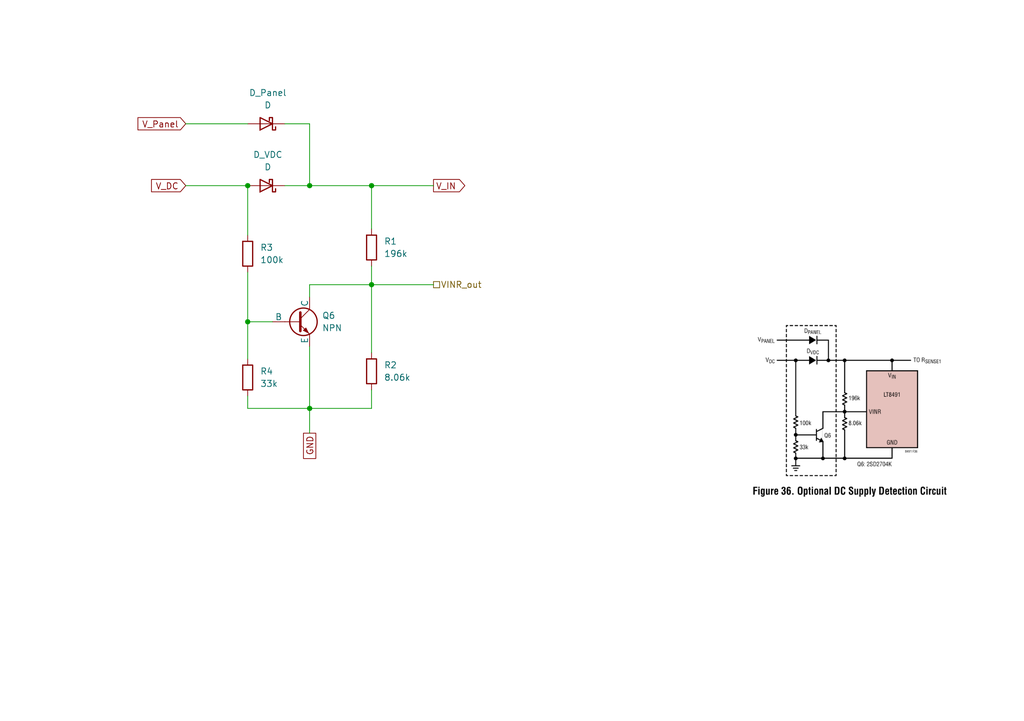
<source format=kicad_sch>
(kicad_sch (version 20230121) (generator eeschema)
  (paper "A5")
  (title_block (title "V_IN Creation, DC/Solar Detection, VINR Voltage Division") (date "DRAFT") (rev "DRAFT") (comment 1 "Q6 NPN must be able to pull VINR below 174mV to activate Power Supply Mode"))
  (lib_symbols
    (symbol "Device:D_Schottky" (pin_numbers hide) (pin_names (offset 1.016) hide)
      (property "Reference" "D" (at 0 2.54 0))
      (property "Value" "D_Schottky" (at 0 -2.54 0))
      (symbol "D_Schottky_0_1"
        (polyline (pts (xy 1.27 0) (xy -1.27 0)))
        (polyline (pts (xy 1.27 1.27) (xy 1.27 -1.27) (xy -1.27 0) (xy 1.27 1.27)) (stroke (width 0.254)))
        (polyline (pts (xy -1.905 0.635) (xy -1.905 1.27) (xy -1.27 1.27) (xy -1.27 -1.27) (xy -0.635 -1.27) (xy -0.635 -0.635)) (stroke (width 0.254)))
      )
      (symbol "D_Schottky_1_1"
        (pin passive line (at -3.81 0 0) (length 2.54) (name "K") (number "1"))
        (pin passive line (at 3.81 0 180) (length 2.54) (name "A") (number "2"))
      )
    )
    (symbol "Device:R" (pin_numbers hide) (pin_names (offset 0))
      (property "Reference" "R" (at 2.032 0 90))
      (property "Value" "R" (at 0 0 90))
      (symbol "R_0_1"
        (rectangle (start -1.016 -2.54) (end 1.016 2.54) (stroke (width 0.254)))
      )
      (symbol "R_1_1"
        (pin passive line (at 0 3.81 270) (length 1.27) (name "~") (number "1"))
        (pin passive line (at 0 -3.81 90) (length 1.27) (name "~") (number "2"))
      )
    )
    (symbol "Simulation_SPICE:NPN" (pin_numbers hide) (pin_names (offset 0))
      (property "Reference" "Q" (at -2.54 7.62 0))
      (property "Value" "NPN" (at -2.54 5.08 0))
      (symbol "NPN_0_1"
        (polyline (pts (xy -2.54 0) (xy 0.635 0)) (stroke (width 0.1524)))
        (polyline (pts (xy 0.635 0.635) (xy 2.54 2.54)))
        (polyline (pts (xy 2.794 -1.27) (xy 2.794 -1.27)) (stroke (width 0.1524)))
        (polyline (pts (xy 2.794 -1.27) (xy 2.794 -1.27)) (stroke (width 0.1524)))
        (polyline (pts (xy 0.635 -0.635) (xy 2.54 -2.54) (xy 2.54 -2.54)))
        (polyline (pts (xy 0.635 1.905) (xy 0.635 -1.905) (xy 0.635 -1.905)) (stroke (width 0.508)))
        (polyline (pts (xy 1.27 -1.778) (xy 1.778 -1.27) (xy 2.286 -2.286) (xy 1.27 -1.778) (xy 1.27 -1.778)) (fill (type outline)))
        (circle (center 1.27 0) (radius 2.8194) (stroke (width 0.254)))
      )
      (symbol "NPN_1_1"
        (pin open_collector line (at 2.54 5.08 270) (length 2.54) (name "C") (number "1"))
        (pin input line (at -5.08 0 0) (length 2.54) (name "B") (number "2"))
        (pin open_emitter line (at 2.54 -5.08 90) (length 2.54) (name "E") (number "3"))
      )
    )
  )
  (junction (at 76.2 38.1))
  (junction (at 50.8 38.1))
  (junction (at 76.2 58.42))
  (junction (at 50.8 66.04))
  (junction (at 63.5 38.1))
  (junction (at 63.5 83.82))
  (wire (pts (xy 63.5 38.1) (xy 76.2 38.1)))
  (wire (pts (xy 55.88 66.04) (xy 50.8 66.04)))
  (wire (pts (xy 50.8 83.82) (xy 63.5 83.82)))
  (wire (pts (xy 76.2 54.61) (xy 76.2 58.42)))
  (wire (pts (xy 76.2 38.1) (xy 76.2 46.99)))
  (wire (pts (xy 38.1 38.1) (xy 50.8 38.1)))
  (wire (pts (xy 38.1 25.4) (xy 50.8 25.4)))
  (wire (pts (xy 76.2 58.42) (xy 76.2 72.39)))
  (wire (pts (xy 50.8 55.88) (xy 50.8 66.04)))
  (wire (pts (xy 76.2 80.01) (xy 76.2 83.82)))
  (wire (pts (xy 76.2 38.1) (xy 88.9 38.1)))
  (wire (pts (xy 63.5 83.82) (xy 63.5 88.9)))
  (wire (pts (xy 50.8 66.04) (xy 50.8 73.66)))
  (wire (pts (xy 50.8 81.28) (xy 50.8 83.82)))
  (wire (pts (xy 58.42 25.4) (xy 63.5 25.4)))
  (wire (pts (xy 63.5 58.42) (xy 76.2 58.42)))
  (wire (pts (xy 63.5 25.4) (xy 63.5 38.1)))
  (wire (pts (xy 63.5 71.12) (xy 63.5 83.82)))
  (wire (pts (xy 58.42 38.1) (xy 63.5 38.1)))
  (wire (pts (xy 63.5 83.82) (xy 76.2 83.82)))
  (wire (pts (xy 63.5 58.42) (xy 63.5 60.96)))
  (wire (pts (xy 76.2 58.42) (xy 88.9 58.42)))
  (wire (pts (xy 50.8 38.1) (xy 50.8 48.26)))
  (image (at 173.99 83.82))
  (global_label "V_Panel" (shape input) (at 38.1 25.4 180) (property "Intersheetrefs" "${INTERSHEET_REFS}" (effects hide)))
  (global_label "V_IN" (shape output) (at 88.9 38.1 0) (property "Intersheetrefs" "${INTERSHEET_REFS}" (effects hide)))
  (global_label "V_DC" (shape input) (at 38.1 38.1 180) (property "Intersheetrefs" "${INTERSHEET_REFS}" (effects hide)))
  (global_label "GND" (shape passive) (at 63.5 88.9 270) (property "Intersheetrefs" "${INTERSHEET_REFS}" (effects hide)))
  (hierarchical_label "VINR_out" (shape passive) (at 88.9 58.42 0))
  (symbol (lib_id "Device:R") (at 50.8 52.07 0) (unit 1)
    (property "Reference" "R3" (at 53.34 50.8 0) (effects (justify left)))
    (property "Value" "100k" (at 53.34 53.34 0) (effects (justify left)))
  )
  (symbol (lib_id "Device:R") (at 50.8 77.47 0) (unit 1)
    (property "Reference" "R4" (at 53.34 76.2 0) (effects (justify left)))
    (property "Value" "33k" (at 53.34 78.74 0) (effects (justify left)))
  )
  (symbol (lib_id "Device:D_Schottky") (at 54.61 38.1 180) (unit 1)
    (property "Reference" "D_VDC" (at 54.9275 31.75 0))
    (property "Value" "D" (at 54.9275 34.29 0))
    (property "Sim.Device" "D" (effects hide))
    (property "Sim.Pins" "1=K 2=A" (effects hide))
  )
  (symbol (lib_id "Simulation_SPICE:NPN") (at 60.96 66.04 0) (unit 1)
    (property "Reference" "Q6" (at 66.04 64.77 0) (effects (justify left)))
    (property "Value" "NPN" (at 66.04 67.31 0) (effects (justify left)))
    (property "Sim.Device" "NPN" (effects hide))
    (property "Sim.Type" "GUMMELPOON" (effects hide))
    (property "Sim.Pins" "1=C 2=B 3=E" (effects hide))
  )
  (symbol (lib_id "Device:R") (at 76.2 50.8 0) (unit 1)
    (property "Reference" "R1" (at 78.74 49.53 0) (effects (justify left)))
    (property "Value" "196k" (at 78.74 52.07 0) (effects (justify left)))
  )
  (symbol (lib_id "Device:R") (at 76.2 76.2 0) (unit 1)
    (property "Reference" "R2" (at 78.74 74.93 0) (effects (justify left)))
    (property "Value" "8.06k" (at 78.74 77.47 0) (effects (justify left)))
  )
  (symbol (lib_id "Device:D_Schottky") (at 54.61 25.4 180) (unit 1)
    (property "Reference" "D_Panel" (at 54.9275 19.05 0))
    (property "Value" "D" (at 54.9275 21.59 0))
    (property "Sim.Device" "D" (effects hide))
    (property "Sim.Pins" "1=K 2=A" (effects hide))
  )
)
</source>
